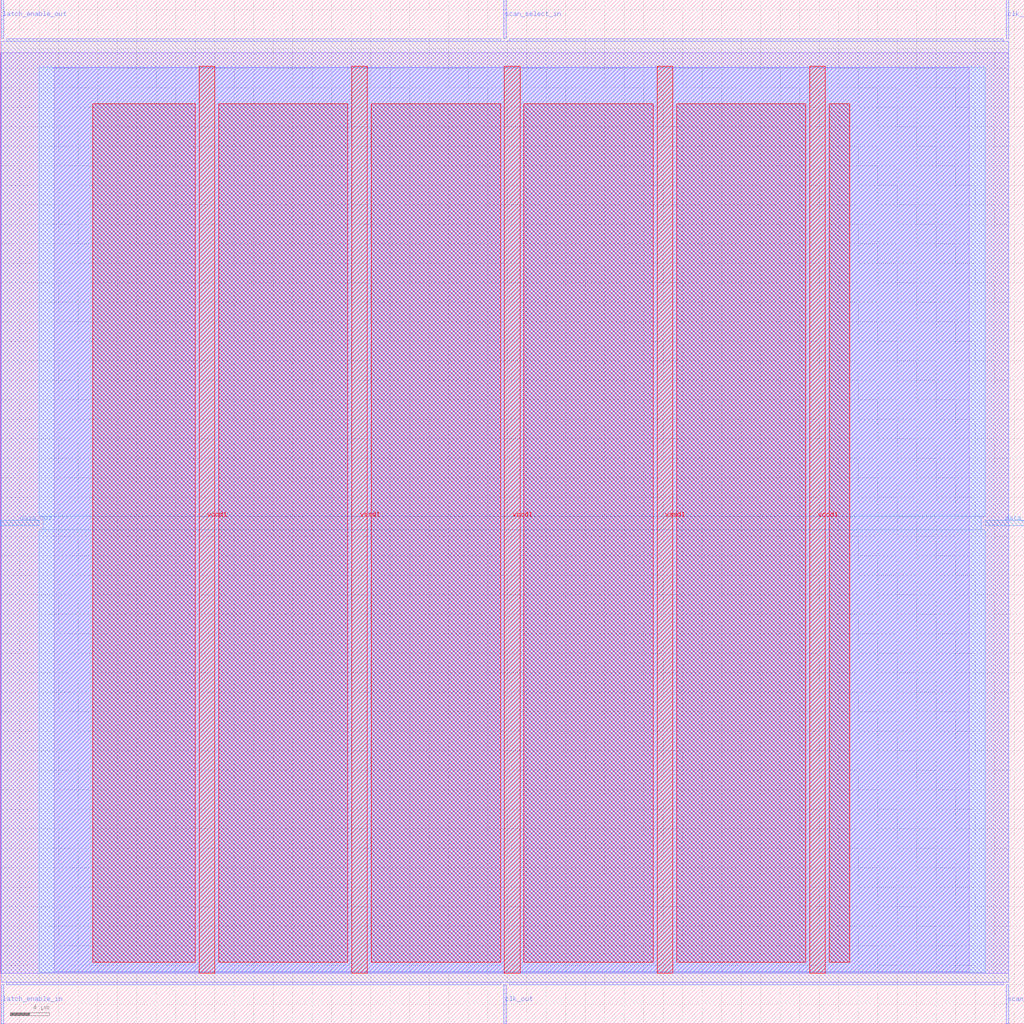
<source format=lef>
VERSION 5.7 ;
  NOWIREEXTENSIONATPIN ON ;
  DIVIDERCHAR "/" ;
  BUSBITCHARS "[]" ;
MACRO scan_wrapper_341404507891040852
  CLASS BLOCK ;
  FOREIGN scan_wrapper_341404507891040852 ;
  ORIGIN 0.000 0.000 ;
  SIZE 105.000 BY 105.000 ;
  PIN clk_in
    DIRECTION INPUT ;
    USE SIGNAL ;
    PORT
      LAYER met2 ;
        RECT 103.130 101.000 103.410 105.000 ;
    END
  END clk_in
  PIN clk_out
    DIRECTION OUTPUT TRISTATE ;
    USE SIGNAL ;
    PORT
      LAYER met2 ;
        RECT 51.610 0.000 51.890 4.000 ;
    END
  END clk_out
  PIN data_in
    DIRECTION INPUT ;
    USE SIGNAL ;
    PORT
      LAYER met3 ;
        RECT 101.000 51.040 105.000 51.640 ;
    END
  END data_in
  PIN data_out
    DIRECTION OUTPUT TRISTATE ;
    USE SIGNAL ;
    PORT
      LAYER met3 ;
        RECT 0.000 51.040 4.000 51.640 ;
    END
  END data_out
  PIN latch_enable_in
    DIRECTION INPUT ;
    USE SIGNAL ;
    PORT
      LAYER met2 ;
        RECT 0.090 0.000 0.370 4.000 ;
    END
  END latch_enable_in
  PIN latch_enable_out
    DIRECTION OUTPUT TRISTATE ;
    USE SIGNAL ;
    PORT
      LAYER met2 ;
        RECT 0.090 101.000 0.370 105.000 ;
    END
  END latch_enable_out
  PIN scan_select_in
    DIRECTION INPUT ;
    USE SIGNAL ;
    PORT
      LAYER met2 ;
        RECT 51.610 101.000 51.890 105.000 ;
    END
  END scan_select_in
  PIN scan_select_out
    DIRECTION OUTPUT TRISTATE ;
    USE SIGNAL ;
    PORT
      LAYER met2 ;
        RECT 103.130 0.000 103.410 4.000 ;
    END
  END scan_select_out
  PIN vccd1
    DIRECTION INPUT ;
    USE POWER ;
    PORT
      LAYER met4 ;
        RECT 20.380 5.200 21.980 98.160 ;
    END
    PORT
      LAYER met4 ;
        RECT 51.700 5.200 53.300 98.160 ;
    END
    PORT
      LAYER met4 ;
        RECT 83.020 5.200 84.620 98.160 ;
    END
  END vccd1
  PIN vssd1
    DIRECTION INPUT ;
    USE GROUND ;
    PORT
      LAYER met4 ;
        RECT 36.040 5.200 37.640 98.160 ;
    END
    PORT
      LAYER met4 ;
        RECT 67.360 5.200 68.960 98.160 ;
    END
  END vssd1
  OBS
      LAYER li1 ;
        RECT 5.520 5.355 99.360 98.005 ;
      LAYER met1 ;
        RECT 0.070 5.200 103.430 99.580 ;
      LAYER met2 ;
        RECT 0.650 100.720 51.330 101.000 ;
        RECT 52.170 100.720 102.850 101.000 ;
        RECT 0.100 4.280 103.400 100.720 ;
        RECT 0.650 4.000 51.330 4.280 ;
        RECT 52.170 4.000 102.850 4.280 ;
      LAYER met3 ;
        RECT 4.000 52.040 101.000 98.085 ;
        RECT 4.400 50.640 100.600 52.040 ;
        RECT 4.000 5.275 101.000 50.640 ;
      LAYER met4 ;
        RECT 9.495 6.295 19.980 94.345 ;
        RECT 22.380 6.295 35.640 94.345 ;
        RECT 38.040 6.295 51.300 94.345 ;
        RECT 53.700 6.295 66.960 94.345 ;
        RECT 69.360 6.295 82.620 94.345 ;
        RECT 85.020 6.295 87.105 94.345 ;
  END
END scan_wrapper_341404507891040852
END LIBRARY


</source>
